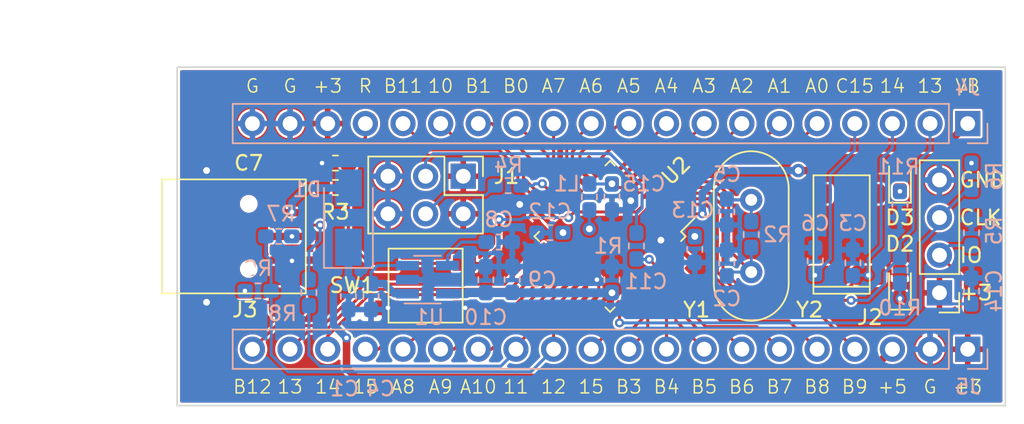
<source format=kicad_pcb>
(kicad_pcb (version 20171130) (host pcbnew "(5.1.5)-3")
  (layers (0 F.Cu signal) (31 B.Cu signal) (34 B.Paste user) (35 F.Paste user) (36 B.SilkS user) (37 F.SilkS user) (38 B.Mask user) (39 F.Mask user) (44 Edge.Cuts user))
  (net 0 "")
  (net 1 GND)
  (net 2 +5V)
  (net 3 /Reset)
  (net 4 +3V3)
  (net 5 /Boot1R)
  (net 6 /Boot0R)
  (net 7 /Boot0)
  (net 8 /DCLK)
  (net 9 /DIO)
  (net 10 /D+)
  (net 11 /D-)
  (net 12 /B11)
  (net 13 /B10)
  (net 14 /B1)
  (net 15 /B0)
  (net 16 /A7)
  (net 17 /A5)
  (net 18 /A4)
  (net 19 /A3)
  (net 20 /A2)
  (net 21 /A1)
  (net 22 /A0)
  (net 23 /C15)
  (net 24 /C14)
  (net 25 /C13)
  (net 26 /3VB)
  (net 27 /B12)
  (net 28 /B13)
  (net 29 /B14)
  (net 30 /B15)
  (net 31 /A8)
  (net 32 /A9)
  (net 33 /A10)
  (net 34 /A11)
  (net 35 /A12)
  (net 36 /A15)
  (net 37 /B3)
  (net 38 /B4)
  (net 39 /B5)
  (net 40 /B6)
  (net 41 /B7)
  (net 42 /B8)
  (net 43 /B9)
  (net 44 /B2)
  (net 45 /D0)
  (net 46 /D1)
  (net 47 /A6)
  (net 48 /LedR)
  (net 49 /PLedR)
  (net 50 /BP)
  (net 51 /+VUSB)
  (net 52 /VDDA)
  (module Inductor_SMD:L_0603_1608Metric_Pad1.05x0.95mm_HandSolder (layer B.Cu) (at 165.608 100.203 90)
    (fp_text reference L1 (at 0.889 -1.524 180) (layer B.SilkS) (effects (justify mirror)))
    (fp_text value L)
    (pad 2 smd roundrect (at 0.875 0 90) (size 1.05 0.95) (layers B.Cu B.Paste B.Mask) (net 52 /VDDA))
    (pad 1 smd roundrect (at -0.875 0 90) (size 1.05 0.95) (layers B.Cu B.Paste B.Mask) (net 4 +3V3))
  )
  (module Diode_SMD:D_SMA (layer B.Cu) (at 149.352 101.6 90)
    (fp_text reference D1 (at 1.905 -2.794 180) (layer B.SilkS) (effects (justify mirror)))
    (fp_text value D_Schottky)
    (pad 2 smd rect (at 2 0 90) (size 2.5 1.8) (layers B.Cu B.Paste B.Mask) (net 51 /+VUSB))
    (pad 1 smd rect (at -2 0 90) (size 2.5 1.8) (layers B.Cu B.Paste B.Mask) (net 2 +5V))
  )
  (module Package_TO_SOT_SMD:SOT-23-5_HandSoldering (layer B.Cu) (at 154.686 105.791)
    (fp_text reference U1 (at 0.127 2.54) (layer B.SilkS) (effects (justify mirror)))
    (fp_text value RT9193)
    (pad 5 smd rect (at 1.35 0.95) (size 1.56 0.65) (layers B.Cu B.Paste B.Mask) (net 4 +3V3))
    (pad 4 smd rect (at 1.35 -0.95) (size 1.56 0.65) (layers B.Cu B.Paste B.Mask) (net 50 /BP))
    (pad 3 smd rect (at -1.35 -0.95) (size 1.56 0.65) (layers B.Cu B.Paste B.Mask) (net 2 +5V))
    (pad 2 smd rect (at -1.35 0) (size 1.56 0.65) (layers B.Cu B.Paste B.Mask) (net 1 GND))
    (pad 1 smd rect (at -1.35 0.95) (size 1.56 0.65) (layers B.Cu B.Paste B.Mask) (net 2 +5V))
  )
  (module Capacitor_SMD:C_0603_1608Metric_Pad1.05x0.95mm_HandSolder (layer B.Cu) (at 158.623 105.791 90)
    (fp_text reference C10 (at -2.54 0 180) (layer B.SilkS) (effects (justify mirror)))
    (fp_text value .1uf)
    (pad 2 smd roundrect (at 0.875 0 90) (size 1.05 0.95) (layers B.Cu B.Paste B.Mask) (net 1 GND))
    (pad 1 smd roundrect (at -0.875 0 90) (size 1.05 0.95) (layers B.Cu B.Paste B.Mask) (net 4 +3V3))
  )
  (module Capacitor_SMD:C_0603_1608Metric_Pad1.05x0.95mm_HandSolder (layer B.Cu) (at 159.526 103.251)
    (fp_text reference C8 (at -0.014 -1.524) (layer B.SilkS) (effects (justify mirror)))
    (fp_text value .1u)
    (pad 2 smd roundrect (at 0.875 0) (size 1.05 0.95) (layers B.Cu B.Paste B.Mask) (net 1 GND))
    (pad 1 smd roundrect (at -0.875 0) (size 1.05 0.95) (layers B.Cu B.Paste B.Mask) (net 50 /BP))
  )
  (module Capacitor_SMD:C_0603_1608Metric_Pad1.05x0.95mm_HandSolder (layer B.Cu) (at 150.876 106.934 270)
    (fp_text reference C4 (at 6.223 -0.635 180) (layer B.SilkS) (effects (justify mirror)))
    (fp_text value 10u)
    (pad 2 smd roundrect (at 0.875 0 270) (size 1.05 0.95) (layers B.Cu B.Paste B.Mask) (net 1 GND))
    (pad 1 smd roundrect (at -0.875 0 270) (size 1.05 0.95) (layers B.Cu B.Paste B.Mask) (net 2 +5V))
  )
  (module Capacitor_SMD:C_0603_1608Metric_Pad1.05x0.95mm_HandSolder (layer B.Cu) (at 167.132 100.203 270)
    (fp_text reference C15 (at -0.889 -2.159 180) (layer B.SilkS) (effects (justify mirror)))
    (fp_text value .1uf)
    (pad 2 smd roundrect (at 0.875 0 270) (size 1.05 0.95) (layers B.Cu B.Paste B.Mask) (net 1 GND))
    (pad 1 smd roundrect (at -0.875 0 270) (size 1.05 0.95) (layers B.Cu B.Paste B.Mask) (net 52 /VDDA))
  )
  (module Capacitor_SMD:C_0603_1608Metric_Pad1.05x0.95mm_HandSolder (layer B.Cu) (at 172.72 103.759 270)
    (fp_text reference C13 (at -2.667 0.127 180) (layer B.SilkS) (effects (justify mirror)))
    (fp_text value .1uf)
    (pad 2 smd roundrect (at 0.875 0 270) (size 1.05 0.95) (layers B.Cu B.Paste B.Mask) (net 1 GND))
    (pad 1 smd roundrect (at -0.875 0 270) (size 1.05 0.95) (layers B.Cu B.Paste B.Mask) (net 4 +3V3))
  )
  (module Capacitor_SMD:C_0603_1608Metric_Pad1.05x0.95mm_HandSolder (layer B.Cu) (at 162.941 102.616 180)
    (fp_text reference C12 (at 0 1.43) (layer B.SilkS) (effects (justify mirror)))
    (fp_text value .1uf)
    (pad 2 smd roundrect (at 0.875 0 180) (size 1.05 0.95) (layers B.Cu B.Paste B.Mask) (net 1 GND))
    (pad 1 smd roundrect (at -0.875 0 180) (size 1.05 0.95) (layers B.Cu B.Paste B.Mask) (net 4 +3V3))
  )
  (module Capacitor_SMD:C_0603_1608Metric_Pad1.05x0.95mm_HandSolder (layer B.Cu) (at 167.132 105.791 90)
    (fp_text reference C11 (at -0.127 2.286 180) (layer B.SilkS) (effects (justify mirror)))
    (fp_text value .1uf)
    (pad 2 smd roundrect (at 0.875 0 90) (size 1.05 0.95) (layers B.Cu B.Paste B.Mask) (net 1 GND))
    (pad 1 smd roundrect (at -0.875 0 90) (size 1.05 0.95) (layers B.Cu B.Paste B.Mask) (net 4 +3V3))
  )
  (module Resistor_SMD:R_0603_1608Metric_Pad1.05x0.95mm_HandSolder (layer B.Cu) (at 186.563 100.711 270)
    (fp_text reference R11 (at -2.54 0.127 180) (layer B.SilkS) (effects (justify mirror)))
    (fp_text value 10k)
    (pad 2 smd roundrect (at 0.875 0 270) (size 1.05 0.95) (layers B.Cu B.Paste B.Mask) (net 1 GND))
    (pad 1 smd roundrect (at -0.875 0 270) (size 1.05 0.95) (layers B.Cu B.Paste B.Mask) (net 49 /PLedR))
  )
  (module Resistor_SMD:R_0603_1608Metric_Pad1.05x0.95mm_HandSolder (layer B.Cu) (at 186.563 105.156 90)
    (fp_text reference R10 (at -2.54 0 180) (layer B.SilkS) (effects (justify mirror)))
    (fp_text value 10k)
    (pad 2 smd roundrect (at 0.875 0 90) (size 1.05 0.95) (layers B.Cu B.Paste B.Mask) (net 25 /C13))
    (pad 1 smd roundrect (at -0.875 0 90) (size 1.05 0.95) (layers B.Cu B.Paste B.Mask) (net 48 /LedR))
  )
  (module LED_SMD:LED_0603_1608Metric_Pad1.05x0.95mm_HandSolder (layer F.Cu) (at 186.563 98.933 90)
    (fp_text reference D3 (at -2.667 0 180) (layer F.SilkS))
    (fp_text value LED)
    (pad 2 smd roundrect (at 0.875 0 90) (size 1.05 0.95) (layers F.Cu F.Paste F.Mask) (net 4 +3V3))
    (pad 1 smd roundrect (at -0.875 0 90) (size 1.05 0.95) (layers F.Cu F.Paste F.Mask) (net 49 /PLedR))
  )
  (module LED_SMD:LED_0603_1608Metric_Pad1.05x0.95mm_HandSolder (layer F.Cu) (at 186.563 106.158 90)
    (fp_text reference D2 (at 2.78 0 180) (layer F.SilkS))
    (fp_text value LED)
    (pad 2 smd roundrect (at 0.875 0 90) (size 1.05 0.95) (layers F.Cu F.Paste F.Mask) (net 4 +3V3))
    (pad 1 smd roundrect (at -0.875 0 90) (size 1.05 0.95) (layers F.Cu F.Paste F.Mask) (net 48 /LedR))
  )
  (module Resistor_SMD:R_0603_1608Metric_Pad1.05x0.95mm_HandSolder (layer B.Cu) (at 176.53 102.743 270)
    (fp_text reference R2 (at 0 -1.778 180) (layer B.SilkS) (effects (justify mirror)))
    (fp_text value R)
    (pad 2 smd roundrect (at 0.875 0 270) (size 1.05 0.95) (layers B.Cu B.Paste B.Mask) (net 45 /D0))
    (pad 1 smd roundrect (at -0.875 0 270) (size 1.05 0.95) (layers B.Cu B.Paste B.Mask) (net 46 /D1))
  )
  (module Resistor_SMD:R_0603_1608Metric_Pad1.05x0.95mm_HandSolder (layer B.Cu) (at 191.389 98.806 270)
    (fp_text reference R6 (at 0 -1.524 270) (layer B.SilkS) (effects (justify mirror)))
    (fp_text value 10k)
    (pad 2 smd roundrect (at 0.875 0 270) (size 1.05 0.95) (layers B.Cu B.Paste B.Mask) (net 8 /DCLK))
    (pad 1 smd roundrect (at -0.875 0 270) (size 1.05 0.95) (layers B.Cu B.Paste B.Mask) (net 4 +3V3))
  )
  (module Resistor_SMD:R_0603_1608Metric_Pad1.05x0.95mm_HandSolder (layer B.Cu) (at 191.389 102.616 270)
    (fp_text reference R5 (at -0.127 -1.524 270) (layer B.SilkS) (effects (justify mirror)))
    (fp_text value 10k)
    (pad 2 smd roundrect (at 0.875 0 270) (size 1.05 0.95) (layers B.Cu B.Paste B.Mask) (net 9 /DIO))
    (pad 1 smd roundrect (at -0.875 0 270) (size 1.05 0.95) (layers B.Cu B.Paste B.Mask) (net 1 GND))
  )
  (module Capacitor_SMD:C_0603_1608Metric_Pad1.05x0.95mm_HandSolder (layer B.Cu) (at 191.389 106.553 90)
    (fp_text reference C14 (at 0 1.524 270) (layer B.SilkS) (effects (justify mirror)))
    (fp_text value .1uf)
    (pad 2 smd roundrect (at 0.875 0 90) (size 1.05 0.95) (layers B.Cu B.Paste B.Mask) (net 1 GND))
    (pad 1 smd roundrect (at -0.875 0 90) (size 1.05 0.95) (layers B.Cu B.Paste B.Mask) (net 4 +3V3))
  )
  (module 0MiscParts:RSM2000S (layer F.Cu) (at 182.626 102.743 90)
    (fp_text reference Y2 (at -5.08 -2.159 180) (layer F.SilkS))
    (fp_text value Crystal_4_Pads)
    (pad 4 smd roundrect (at -2.75 -1.8 90) (size 1.3 2.3) (layers F.Cu F.Paste F.Mask) (net 23 /C15))
    (pad 3 smd roundrect (at 2.75 -1.8 90) (size 1.3 2.3) (layers F.Cu F.Paste F.Mask))
    (pad 2 smd roundrect (at 2.75 1.8 90) (size 1.3 2.3) (layers F.Cu F.Paste F.Mask))
    (pad 1 smd roundrect (at -2.75 1.8 90) (size 1.3 2.3) (layers F.Cu F.Paste F.Mask) (net 24 /C14))
  )
  (module Crystal:Crystal_HC49-4H_Vertical (layer F.Cu) (at 176.53 105.283 90)
    (fp_text reference Y1 (at -2.54 -3.683 180) (layer F.SilkS))
    (fp_text value Crystal)
    (pad 2 thru_hole circle (at 4.88 0 90) (size 1.5 1.5) (drill 0.8) (layers *.Cu *.Mask) (net 46 /D1))
    (pad 1 thru_hole circle (at 0 0 90) (size 1.5 1.5) (drill 0.8) (layers *.Cu *.Mask) (net 45 /D0))
  )
  (module Resistor_SMD:R_0603_1608Metric_Pad1.05x0.95mm_HandSolder (layer B.Cu) (at 143.256 106.553)
    (fp_text reference R9 (at -0.014 -1.524) (layer B.SilkS) (effects (justify mirror)))
    (fp_text value 1.5k)
    (pad 2 smd roundrect (at 0.875 0) (size 1.05 0.95) (layers B.Cu B.Paste B.Mask) (net 35 /A12))
    (pad 1 smd roundrect (at -0.875 0) (size 1.05 0.95) (layers B.Cu B.Paste B.Mask) (net 4 +3V3))
  )
  (module Resistor_SMD:R_0603_1608Metric_Pad1.05x0.95mm_HandSolder (layer B.Cu) (at 146.685 106.666 90)
    (fp_text reference R8 (at -1.411 -1.778 180) (layer B.SilkS) (effects (justify mirror)))
    (fp_text value 22)
    (pad 2 smd roundrect (at 0.875 0 90) (size 1.05 0.95) (layers B.Cu B.Paste B.Mask) (net 11 /D-))
    (pad 1 smd roundrect (at -0.875 0 90) (size 1.05 0.95) (layers B.Cu B.Paste B.Mask) (net 34 /A11))
  )
  (module Resistor_SMD:R_0603_1608Metric_Pad1.05x0.95mm_HandSolder (layer B.Cu) (at 144.653 102.87)
    (fp_text reference R7 (at 0.141 -1.524) (layer B.SilkS) (effects (justify mirror)))
    (fp_text value 22)
    (pad 2 smd roundrect (at 0.875 0) (size 1.05 0.95) (layers B.Cu B.Paste B.Mask) (net 10 /D+))
    (pad 1 smd roundrect (at -0.875 0) (size 1.05 0.95) (layers B.Cu B.Paste B.Mask) (net 35 /A12))
  )
  (module Resistor_SMD:R_0603_1608Metric_Pad1.05x0.95mm_HandSolder (layer B.Cu) (at 160.133 99.441 180)
    (fp_text reference R4 (at -0.014 1.397) (layer B.SilkS) (effects (justify mirror)))
    (fp_text value 100k)
    (pad 2 smd roundrect (at 0.875 0 180) (size 1.05 0.95) (layers B.Cu B.Paste B.Mask) (net 5 /Boot1R))
    (pad 1 smd roundrect (at -0.875 0 180) (size 1.05 0.95) (layers B.Cu B.Paste B.Mask) (net 44 /B2))
  )
  (module Resistor_SMD:R_0603_1608Metric_Pad1.05x0.95mm_HandSolder (layer F.Cu) (at 148.477 99.568)
    (fp_text reference R3 (at -0.014 1.651) (layer F.SilkS))
    (fp_text value 10k)
    (pad 2 smd roundrect (at 0.875 0) (size 1.05 0.95) (layers F.Cu F.Paste F.Mask) (net 3 /Reset))
    (pad 1 smd roundrect (at -0.875 0) (size 1.05 0.95) (layers F.Cu F.Paste F.Mask) (net 4 +3V3))
  )
  (module Resistor_SMD:R_0603_1608Metric_Pad1.05x0.95mm_HandSolder (layer B.Cu) (at 168.783 103.519 90)
    (fp_text reference R1 (at 0 -1.905 180) (layer B.SilkS) (effects (justify mirror)))
    (fp_text value 100k)
    (pad 2 smd roundrect (at 0.875 0 90) (size 1.05 0.95) (layers B.Cu B.Paste B.Mask) (net 6 /Boot0R))
    (pad 1 smd roundrect (at -0.875 0 90) (size 1.05 0.95) (layers B.Cu B.Paste B.Mask) (net 7 /Boot0))
  )
  (module 0MiscParts:PB_PTS-647 (layer F.Cu) (at 154.559 106.196)
    (fp_text reference SW1 (at -4.953 -0.024) (layer F.SilkS))
    (fp_text value SW_Push)
    (pad 2 smd rect (at 2.625 1.5) (size 1.55 1) (layers F.Cu F.Paste F.Mask) (net 1 GND))
    (pad 2 smd rect (at -2.625 1.5) (size 1.55 1) (layers F.Cu F.Paste F.Mask) (net 1 GND))
    (pad 1 smd rect (at 2.625 -1.5) (size 1.55 1) (layers F.Cu F.Paste F.Mask) (net 3 /Reset))
    (pad 1 smd rect (at -2.625 -1.5) (size 1.55 1) (layers F.Cu F.Paste F.Mask) (net 3 /Reset))
  )
  (module Connector_PinHeader_2.54mm:PinHeader_1x20_P2.54mm_Vertical (layer B.Cu) (at 191.135 110.49 90)
    (fp_text reference J5 (at -2.54 0 -180) (layer B.SilkS) (effects (justify mirror)))
    (fp_text value Conn_01x20_Male)
    (pad 20 thru_hole oval (at 0 -48.26 90) (size 1.7 1.7) (drill 1) (layers *.Cu *.Mask) (net 27 /B12))
    (pad 19 thru_hole oval (at 0 -45.72 90) (size 1.7 1.7) (drill 1) (layers *.Cu *.Mask) (net 28 /B13))
    (pad 18 thru_hole oval (at 0 -43.18 90) (size 1.7 1.7) (drill 1) (layers *.Cu *.Mask) (net 29 /B14))
    (pad 17 thru_hole oval (at 0 -40.64 90) (size 1.7 1.7) (drill 1) (layers *.Cu *.Mask) (net 30 /B15))
    (pad 16 thru_hole oval (at 0 -38.1 90) (size 1.7 1.7) (drill 1) (layers *.Cu *.Mask) (net 31 /A8))
    (pad 15 thru_hole oval (at 0 -35.56 90) (size 1.7 1.7) (drill 1) (layers *.Cu *.Mask) (net 32 /A9))
    (pad 14 thru_hole oval (at 0 -33.02 90) (size 1.7 1.7) (drill 1) (layers *.Cu *.Mask) (net 33 /A10))
    (pad 13 thru_hole oval (at 0 -30.48 90) (size 1.7 1.7) (drill 1) (layers *.Cu *.Mask) (net 34 /A11))
    (pad 12 thru_hole oval (at 0 -27.94 90) (size 1.7 1.7) (drill 1) (layers *.Cu *.Mask) (net 35 /A12))
    (pad 11 thru_hole oval (at 0 -25.4 90) (size 1.7 1.7) (drill 1) (layers *.Cu *.Mask) (net 36 /A15))
    (pad 10 thru_hole oval (at 0 -22.86 90) (size 1.7 1.7) (drill 1) (layers *.Cu *.Mask) (net 37 /B3))
    (pad 9 thru_hole oval (at 0 -20.32 90) (size 1.7 1.7) (drill 1) (layers *.Cu *.Mask) (net 38 /B4))
    (pad 8 thru_hole oval (at 0 -17.78 90) (size 1.7 1.7) (drill 1) (layers *.Cu *.Mask) (net 39 /B5))
    (pad 7 thru_hole oval (at 0 -15.24 90) (size 1.7 1.7) (drill 1) (layers *.Cu *.Mask) (net 40 /B6))
    (pad 6 thru_hole oval (at 0 -12.7 90) (size 1.7 1.7) (drill 1) (layers *.Cu *.Mask) (net 41 /B7))
    (pad 5 thru_hole oval (at 0 -10.16 90) (size 1.7 1.7) (drill 1) (layers *.Cu *.Mask) (net 42 /B8))
    (pad 4 thru_hole oval (at 0 -7.62 90) (size 1.7 1.7) (drill 1) (layers *.Cu *.Mask) (net 43 /B9))
    (pad 3 thru_hole oval (at 0 -5.08 90) (size 1.7 1.7) (drill 1) (layers *.Cu *.Mask) (net 2 +5V))
    (pad 2 thru_hole oval (at 0 -2.54 90) (size 1.7 1.7) (drill 1) (layers *.Cu *.Mask) (net 1 GND))
    (pad 1 thru_hole rect (at 0 0 90) (size 1.7 1.7) (drill 1) (layers *.Cu *.Mask) (net 4 +3V3))
  )
  (module Connector_PinHeader_2.54mm:PinHeader_1x20_P2.54mm_Vertical (layer B.Cu) (at 191.135 95.25 90)
    (fp_text reference J4 (at 2.413 0 -180) (layer B.SilkS) (effects (justify mirror)))
    (fp_text value Conn_01x20_Male)
    (pad 20 thru_hole oval (at 0 -48.26 90) (size 1.7 1.7) (drill 1) (layers *.Cu *.Mask) (net 1 GND))
    (pad 19 thru_hole oval (at 0 -45.72 90) (size 1.7 1.7) (drill 1) (layers *.Cu *.Mask) (net 1 GND))
    (pad 18 thru_hole oval (at 0 -43.18 90) (size 1.7 1.7) (drill 1) (layers *.Cu *.Mask) (net 4 +3V3))
    (pad 17 thru_hole oval (at 0 -40.64 90) (size 1.7 1.7) (drill 1) (layers *.Cu *.Mask) (net 3 /Reset))
    (pad 16 thru_hole oval (at 0 -38.1 90) (size 1.7 1.7) (drill 1) (layers *.Cu *.Mask) (net 12 /B11))
    (pad 15 thru_hole oval (at 0 -35.56 90) (size 1.7 1.7) (drill 1) (layers *.Cu *.Mask) (net 13 /B10))
    (pad 14 thru_hole oval (at 0 -33.02 90) (size 1.7 1.7) (drill 1) (layers *.Cu *.Mask) (net 14 /B1))
    (pad 13 thru_hole oval (at 0 -30.48 90) (size 1.7 1.7) (drill 1) (layers *.Cu *.Mask) (net 15 /B0))
    (pad 12 thru_hole oval (at 0 -27.94 90) (size 1.7 1.7) (drill 1) (layers *.Cu *.Mask) (net 16 /A7))
    (pad 11 thru_hole oval (at 0 -25.4 90) (size 1.7 1.7) (drill 1) (layers *.Cu *.Mask) (net 47 /A6))
    (pad 10 thru_hole oval (at 0 -22.86 90) (size 1.7 1.7) (drill 1) (layers *.Cu *.Mask) (net 17 /A5))
    (pad 9 thru_hole oval (at 0 -20.32 90) (size 1.7 1.7) (drill 1) (layers *.Cu *.Mask) (net 18 /A4))
    (pad 8 thru_hole oval (at 0 -17.78 90) (size 1.7 1.7) (drill 1) (layers *.Cu *.Mask) (net 19 /A3))
    (pad 7 thru_hole oval (at 0 -15.24 90) (size 1.7 1.7) (drill 1) (layers *.Cu *.Mask) (net 20 /A2))
    (pad 6 thru_hole oval (at 0 -12.7 90) (size 1.7 1.7) (drill 1) (layers *.Cu *.Mask) (net 21 /A1))
    (pad 5 thru_hole oval (at 0 -10.16 90) (size 1.7 1.7) (drill 1) (layers *.Cu *.Mask) (net 22 /A0))
    (pad 4 thru_hole oval (at 0 -7.62 90) (size 1.7 1.7) (drill 1) (layers *.Cu *.Mask) (net 23 /C15))
    (pad 3 thru_hole oval (at 0 -5.08 90) (size 1.7 1.7) (drill 1) (layers *.Cu *.Mask) (net 24 /C14))
    (pad 2 thru_hole oval (at 0 -2.54 90) (size 1.7 1.7) (drill 1) (layers *.Cu *.Mask) (net 25 /C13))
    (pad 1 thru_hole rect (at 0 0 90) (size 1.7 1.7) (drill 1) (layers *.Cu *.Mask) (net 26 /3VB))
  )
  (module 0MiscParts:USB_Mini_B (layer F.Cu) (at 136.779 102.87 270)
    (fp_text reference J3 (at 4.953 -5.588 180) (layer F.SilkS))
    (fp_text value USB_B_Mini)
    (pad 5 smd rect (at 1.6 -8.75 270) (size 0.5 2.9) (layers F.Cu F.Paste F.Mask) (net 1 GND))
    (pad 4 smd rect (at 0.8 -8.75 270) (size 0.5 2.9) (layers F.Cu F.Paste F.Mask) (net 1 GND))
    (pad 3 smd rect (at 0 -8.75 270) (size 0.5 2.9) (layers F.Cu F.Paste F.Mask) (net 10 /D+))
    (pad 2 smd rect (at -0.8 -8.75 270) (size 0.5 2.9) (layers F.Cu F.Paste F.Mask) (net 11 /D-))
    (pad 1 smd rect (at -1.6 -8.75 270) (size 0.5 2.9) (layers F.Cu F.Paste F.Mask) (net 51 /+VUSB))
    (pad "" np_thru_hole circle (at 2.2 -5.85 270) (size 0.9 0.9) (drill 0.9) (layers *.Cu *.Mask))
    (pad "" np_thru_hole circle (at -2.2 -5.85 270) (size 0.9 0.9) (drill 0.9) (layers *.Cu *.Mask))
    (pad 6 smd roundrect (at 4.45 -8.45 270) (size 2 2.5) (layers F.Cu F.Paste F.Mask) (net 1 GND))
    (pad 6 smd roundrect (at -4.45 -8.45 270) (size 2 2.5) (layers F.Cu F.Paste F.Mask) (net 1 GND))
    (pad 6 smd roundrect (at 4.45 -3 270) (size 2 2.5) (layers F.Cu F.Paste F.Mask) (net 1 GND))
    (pad 6 smd roundrect (at -4.45 -3 270) (size 2 2.5) (layers F.Cu F.Paste F.Mask) (net 1 GND))
  )
  (module Connector_PinHeader_2.54mm:PinHeader_1x04_P2.54mm_Vertical (layer F.Cu) (at 189.23 106.68 180)
    (fp_text reference J2 (at 4.699 -1.651) (layer F.SilkS))
    (fp_text value Conn_01x04_Male)
    (pad 4 thru_hole oval (at 0 7.62 180) (size 1.7 1.7) (drill 1) (layers *.Cu *.Mask) (net 1 GND))
    (pad 3 thru_hole oval (at 0 5.08 180) (size 1.7 1.7) (drill 1) (layers *.Cu *.Mask) (net 8 /DCLK))
    (pad 2 thru_hole oval (at 0 2.54 180) (size 1.7 1.7) (drill 1) (layers *.Cu *.Mask) (net 9 /DIO))
    (pad 1 thru_hole rect (at 0 0 180) (size 1.7 1.7) (drill 1) (layers *.Cu *.Mask) (net 4 +3V3))
  )
  (module Connector_PinHeader_2.54mm:PinHeader_2x03_P2.54mm_Vertical (layer F.Cu) (at 157.099 98.806 270)
    (fp_text reference J1 (at 0 -2.921 180) (layer F.SilkS))
    (fp_text value Conn_02x03_Odd_Even)
    (pad 6 thru_hole oval (at 2.54 5.08 270) (size 1.7 1.7) (drill 1) (layers *.Cu *.Mask) (net 1 GND))
    (pad 5 thru_hole oval (at 0 5.08 270) (size 1.7 1.7) (drill 1) (layers *.Cu *.Mask) (net 1 GND))
    (pad 4 thru_hole oval (at 2.54 2.54 270) (size 1.7 1.7) (drill 1) (layers *.Cu *.Mask) (net 5 /Boot1R))
    (pad 3 thru_hole oval (at 0 2.54 270) (size 1.7 1.7) (drill 1) (layers *.Cu *.Mask) (net 6 /Boot0R))
    (pad 2 thru_hole oval (at 2.54 0 270) (size 1.7 1.7) (drill 1) (layers *.Cu *.Mask) (net 4 +3V3))
    (pad 1 thru_hole rect (at 0 0 270) (size 1.7 1.7) (drill 1) (layers *.Cu *.Mask) (net 4 +3V3))
  )
  (module Capacitor_SMD:C_0603_1608Metric_Pad1.05x0.95mm_HandSolder (layer B.Cu) (at 160.401 105.777 90)
    (fp_text reference C9 (at -0.014 2.032 180) (layer B.SilkS) (effects (justify mirror)))
    (fp_text value 10u)
    (pad 2 smd roundrect (at 0.875 0 90) (size 1.05 0.95) (layers B.Cu B.Paste B.Mask) (net 1 GND))
    (pad 1 smd roundrect (at -0.875 0 90) (size 1.05 0.95) (layers B.Cu B.Paste B.Mask) (net 4 +3V3))
  )
  (module Capacitor_SMD:C_0603_1608Metric_Pad1.05x0.95mm_HandSolder (layer F.Cu) (at 148.477 97.917 180)
    (fp_text reference C7 (at 5.856 0) (layer F.SilkS))
    (fp_text value .1uf)
    (pad 2 smd roundrect (at 0.875 0 180) (size 1.05 0.95) (layers F.Cu F.Paste F.Mask) (net 1 GND))
    (pad 1 smd roundrect (at -0.875 0 180) (size 1.05 0.95) (layers F.Cu F.Paste F.Mask) (net 3 /Reset))
  )
  (module Capacitor_SMD:C_0603_1608Metric_Pad1.05x0.95mm_HandSolder (layer B.Cu) (at 180.848 104.521 90)
    (fp_text reference C6 (at 2.54 0 180) (layer B.SilkS) (effects (justify mirror)))
    (fp_text value C)
    (pad 2 smd roundrect (at 0.875 0 90) (size 1.05 0.95) (layers B.Cu B.Paste B.Mask) (net 1 GND))
    (pad 1 smd roundrect (at -0.875 0 90) (size 1.05 0.95) (layers B.Cu B.Paste B.Mask) (net 23 /C15))
  )
  (module Capacitor_SMD:C_0603_1608Metric_Pad1.05x0.95mm_HandSolder (layer B.Cu) (at 174.879 101.219 270)
    (fp_text reference C5 (at -2.54 0 180) (layer B.SilkS) (effects (justify mirror)))
    (fp_text value 30pf)
    (pad 2 smd roundrect (at 0.875 0 270) (size 1.05 0.95) (layers B.Cu B.Paste B.Mask) (net 1 GND))
    (pad 1 smd roundrect (at -0.875 0 270) (size 1.05 0.95) (layers B.Cu B.Paste B.Mask) (net 46 /D1))
  )
  (module Capacitor_SMD:C_0603_1608Metric_Pad1.05x0.95mm_HandSolder (layer B.Cu) (at 183.388 104.648 90)
    (fp_text reference C3 (at 2.667 0 180) (layer B.SilkS) (effects (justify mirror)))
    (fp_text value C)
    (pad 2 smd roundrect (at 0.875 0 90) (size 1.05 0.95) (layers B.Cu B.Paste B.Mask) (net 1 GND))
    (pad 1 smd roundrect (at -0.875 0 90) (size 1.05 0.95) (layers B.Cu B.Paste B.Mask) (net 24 /C14))
  )
  (module Capacitor_SMD:C_0603_1608Metric_Pad1.05x0.95mm_HandSolder (layer B.Cu) (at 174.879 104.662 90)
    (fp_text reference C2 (at -2.413 0 180) (layer B.SilkS) (effects (justify mirror)))
    (fp_text value 30pf)
    (pad 2 smd roundrect (at 0.875 0 90) (size 1.05 0.95) (layers B.Cu B.Paste B.Mask) (net 1 GND))
    (pad 1 smd roundrect (at -0.875 0 90) (size 1.05 0.95) (layers B.Cu B.Paste B.Mask) (net 45 /D0))
  )
  (module Capacitor_SMD:C_0603_1608Metric_Pad1.05x0.95mm_HandSolder (layer B.Cu) (at 149.352 106.934 270)
    (fp_text reference C1 (at 6.223 0.254 180) (layer B.SilkS) (effects (justify mirror)))
    (fp_text value .1uf)
    (pad 2 smd roundrect (at 0.875 0 270) (size 1.05 0.95) (layers B.Cu B.Paste B.Mask) (net 1 GND))
    (pad 1 smd roundrect (at -0.875 0 270) (size 1.05 0.95) (layers B.Cu B.Paste B.Mask) (net 2 +5V))
  )
  (module Package_QFP:LQFP-48_7x7mm_P0.5mm (layer F.Cu) (at 167.005 102.87 225)
    (fp_text reference U2 (at -6.286179 0 45) (layer F.SilkS))
    (fp_text value STM32F103CBTx)
    (pad 48 smd roundrect (at -2.75 -4.1625 225) (size 0.3 1.475) (layers F.Cu F.Paste F.Mask) (net 4 +3V3))
    (pad 47 smd roundrect (at -2.25 -4.1625 225) (size 0.3 1.475) (layers F.Cu F.Paste F.Mask) (net 1 GND))
    (pad 46 smd roundrect (at -1.75 -4.1625 225) (size 0.3 1.475) (layers F.Cu F.Paste F.Mask) (net 43 /B9))
    (pad 45 smd roundrect (at -1.25 -4.1625 225) (size 0.3 1.475) (layers F.Cu F.Paste F.Mask) (net 42 /B8))
    (pad 44 smd roundrect (at -0.75 -4.1625 225) (size 0.3 1.475) (layers F.Cu F.Paste F.Mask) (net 7 /Boot0))
    (pad 43 smd roundrect (at -0.25 -4.1625 225) (size 0.3 1.475) (layers F.Cu F.Paste F.Mask) (net 41 /B7))
    (pad 42 smd roundrect (at 0.25 -4.1625 225) (size 0.3 1.475) (layers F.Cu F.Paste F.Mask) (net 40 /B6))
    (pad 41 smd roundrect (at 0.75 -4.1625 225) (size 0.3 1.475) (layers F.Cu F.Paste F.Mask) (net 39 /B5))
    (pad 40 smd roundrect (at 1.25 -4.1625 225) (size 0.3 1.475) (layers F.Cu F.Paste F.Mask) (net 38 /B4))
    (pad 39 smd roundrect (at 1.75 -4.1625 225) (size 0.3 1.475) (layers F.Cu F.Paste F.Mask) (net 37 /B3))
    (pad 38 smd roundrect (at 2.25 -4.1625 225) (size 0.3 1.475) (layers F.Cu F.Paste F.Mask) (net 36 /A15))
    (pad 37 smd roundrect (at 2.75 -4.1625 225) (size 0.3 1.475) (layers F.Cu F.Paste F.Mask) (net 8 /DCLK))
    (pad 36 smd roundrect (at 4.1625 -2.75 225) (size 1.475 0.3) (layers F.Cu F.Paste F.Mask) (net 4 +3V3))
    (pad 35 smd roundrect (at 4.1625 -2.25 225) (size 1.475 0.3) (layers F.Cu F.Paste F.Mask) (net 1 GND))
    (pad 34 smd roundrect (at 4.1625 -1.75 225) (size 1.475 0.3) (layers F.Cu F.Paste F.Mask) (net 9 /DIO))
    (pad 33 smd roundrect (at 4.1625 -1.25 225) (size 1.475 0.3) (layers F.Cu F.Paste F.Mask) (net 35 /A12))
    (pad 32 smd roundrect (at 4.1625 -0.75 225) (size 1.475 0.3) (layers F.Cu F.Paste F.Mask) (net 34 /A11))
    (pad 31 smd roundrect (at 4.1625 -0.25 225) (size 1.475 0.3) (layers F.Cu F.Paste F.Mask) (net 33 /A10))
    (pad 30 smd roundrect (at 4.1625 0.25 225) (size 1.475 0.3) (layers F.Cu F.Paste F.Mask) (net 32 /A9))
    (pad 29 smd roundrect (at 4.1625 0.75 225) (size 1.475 0.3) (layers F.Cu F.Paste F.Mask) (net 31 /A8))
    (pad 28 smd roundrect (at 4.1625 1.25 225) (size 1.475 0.3) (layers F.Cu F.Paste F.Mask) (net 30 /B15))
    (pad 27 smd roundrect (at 4.1625 1.75 225) (size 1.475 0.3) (layers F.Cu F.Paste F.Mask) (net 29 /B14))
    (pad 26 smd roundrect (at 4.1625 2.25 225) (size 1.475 0.3) (layers F.Cu F.Paste F.Mask) (net 28 /B13))
    (pad 25 smd roundrect (at 4.1625 2.75 225) (size 1.475 0.3) (layers F.Cu F.Paste F.Mask) (net 27 /B12))
    (pad 24 smd roundrect (at 2.75 4.1625 225) (size 0.3 1.475) (layers F.Cu F.Paste F.Mask) (net 4 +3V3))
    (pad 23 smd roundrect (at 2.25 4.1625 225) (size 0.3 1.475) (layers F.Cu F.Paste F.Mask) (net 1 GND))
    (pad 22 smd roundrect (at 1.75 4.1625 225) (size 0.3 1.475) (layers F.Cu F.Paste F.Mask) (net 12 /B11))
    (pad 21 smd roundrect (at 1.25 4.1625 225) (size 0.3 1.475) (layers F.Cu F.Paste F.Mask) (net 13 /B10))
    (pad 20 smd roundrect (at 0.75 4.1625 225) (size 0.3 1.475) (layers F.Cu F.Paste F.Mask) (net 44 /B2))
    (pad 19 smd roundrect (at 0.25 4.1625 225) (size 0.3 1.475) (layers F.Cu F.Paste F.Mask) (net 14 /B1))
    (pad 18 smd roundrect (at -0.25 4.1625 225) (size 0.3 1.475) (layers F.Cu F.Paste F.Mask) (net 15 /B0))
    (pad 17 smd roundrect (at -0.75 4.1625 225) (size 0.3 1.475) (layers F.Cu F.Paste F.Mask) (net 16 /A7))
    (pad 16 smd roundrect (at -1.25 4.1625 225) (size 0.3 1.475) (layers F.Cu F.Paste F.Mask) (net 47 /A6))
    (pad 15 smd roundrect (at -1.75 4.1625 225) (size 0.3 1.475) (layers F.Cu F.Paste F.Mask) (net 17 /A5))
    (pad 14 smd roundrect (at -2.25 4.1625 225) (size 0.3 1.475) (layers F.Cu F.Paste F.Mask) (net 18 /A4))
    (pad 13 smd roundrect (at -2.75 4.1625 225) (size 0.3 1.475) (layers F.Cu F.Paste F.Mask) (net 19 /A3))
    (pad 12 smd roundrect (at -4.1625 2.75 225) (size 1.475 0.3) (layers F.Cu F.Paste F.Mask) (net 20 /A2))
    (pad 11 smd roundrect (at -4.1625 2.25 225) (size 1.475 0.3) (layers F.Cu F.Paste F.Mask) (net 21 /A1))
    (pad 10 smd roundrect (at -4.1625 1.75 225) (size 1.475 0.3) (layers F.Cu F.Paste F.Mask) (net 22 /A0))
    (pad 9 smd roundrect (at -4.1625 1.25 225) (size 1.475 0.3) (layers F.Cu F.Paste F.Mask) (net 52 /VDDA))
    (pad 8 smd roundrect (at -4.1625 0.75 225) (size 1.475 0.3) (layers F.Cu F.Paste F.Mask) (net 1 GND))
    (pad 7 smd roundrect (at -4.1625 0.25 225) (size 1.475 0.3) (layers F.Cu F.Paste F.Mask) (net 3 /Reset))
    (pad 6 smd roundrect (at -4.1625 -0.25 225) (size 1.475 0.3) (layers F.Cu F.Paste F.Mask) (net 46 /D1))
    (pad 5 smd roundrect (at -4.1625 -0.75 225) (size 1.475 0.3) (layers F.Cu F.Paste F.Mask) (net 45 /D0))
    (pad 4 smd roundrect (at -4.1625 -1.25 225) (size 1.475 0.3) (layers F.Cu F.Paste F.Mask) (net 23 /C15))
    (pad 3 smd roundrect (at -4.1625 -1.75 225) (size 1.475 0.3) (layers F.Cu F.Paste F.Mask) (net 24 /C14))
    (pad 2 smd roundrect (at -4.1625 -2.25 225) (size 1.475 0.3) (layers F.Cu F.Paste F.Mask) (net 25 /C13))
    (pad 1 smd roundrect (at -4.1625 -2.75 225) (size 1.475 0.3) (layers F.Cu F.Paste F.Mask) (net 26 /3VB))
  )
  (gr_text +3 (at 190.5 106.68) (layer F.SilkS) (effects (font (size 1 1)) (justify left)))
  (gr_text IO (at 190.5 104.14) (layer F.SilkS) (effects (font (size 1 1)) (justify left)))
  (gr_text CLK (at 190.5 101.6) (layer F.SilkS) (effects (font (size 1 1)) (justify left)))
  (gr_text GND (at 190.5 99.06) (layer F.SilkS) (effects (font (size 1 1)) (justify left)))
  (gr_text +3 (at 191.135 113.03) (layer F.SilkS) (effects (font (size 0.9 0.9) (thickness 0.1))))
  (gr_text G (at 188.595 113.03) (layer F.SilkS) (effects (font (size 0.9 0.9) (thickness 0.1))))
  (gr_text +5 (at 186.055 113.03) (layer F.SilkS) (effects (font (size 0.9 0.9) (thickness 0.1))))
  (gr_text B9 (at 183.515 113.03) (layer F.SilkS) (effects (font (size 0.9 0.9) (thickness 0.1))))
  (gr_text B8 (at 180.975 113.03) (layer F.SilkS) (effects (font (size 0.9 0.9) (thickness 0.1))))
  (gr_text B7 (at 178.435 113.03) (layer F.SilkS) (effects (font (size 0.9 0.9) (thickness 0.1))))
  (gr_text B6 (at 175.895 113.03) (layer F.SilkS) (effects (font (size 0.9 0.9) (thickness 0.1))))
  (gr_text B5 (at 173.355 113.03) (layer F.SilkS) (effects (font (size 0.9 0.9) (thickness 0.1))))
  (gr_text B4 (at 170.815 113.03) (layer F.SilkS) (effects (font (size 0.9 0.9) (thickness 0.1))))
  (gr_text B3 (at 168.275 113.03) (layer F.SilkS) (effects (font (size 0.9 0.9) (thickness 0.1))))
  (gr_text A9 (at 155.575 113.03) (layer F.SilkS) (effects (font (size 0.9 0.9) (thickness 0.1))))
  (gr_text A8 (at 153.035 113.03) (layer F.SilkS) (effects (font (size 0.9 0.9) (thickness 0.1))))
  (gr_text 11 (at 160.655 113.03) (layer F.SilkS) (effects (font (size 0.9 0.9) (thickness 0.1))))
  (gr_text A10 (at 158.115 113.03) (layer F.SilkS) (effects (font (size 0.9 0.9) (thickness 0.1))))
  (gr_text 15 (at 165.735 113.03) (layer F.SilkS) (effects (font (size 0.9 0.9) (thickness 0.1))))
  (gr_text 12 (at 163.195 113.03) (layer F.SilkS) (effects (font (size 0.9 0.9) (thickness 0.1))))
  (gr_text 15 (at 150.495 113.03) (layer F.SilkS) (effects (font (size 0.9 0.9) (thickness 0.1))))
  (gr_text 14 (at 147.955 113.03) (layer F.SilkS) (effects (font (size 0.9 0.9) (thickness 0.1))))
  (gr_text 13 (at 145.415 113.03) (layer F.SilkS) (effects (font (size 0.9 0.9) (thickness 0.1))))
  (gr_text B12 (at 142.875 113.03) (layer F.SilkS) (effects (font (size 0.9 0.9) (thickness 0.1))))
  (gr_text R (at 150.495 92.71) (layer F.SilkS) (effects (font (size 0.9 0.9) (thickness 0.1))))
  (gr_text +3 (at 147.955 92.71) (layer F.SilkS) (effects (font (size 0.9 0.9) (thickness 0.1))))
  (gr_text G (at 145.415 92.71) (layer F.SilkS) (effects (font (size 0.9 0.9) (thickness 0.1))))
  (gr_text G (at 142.875 92.71) (layer F.SilkS) (effects (font (size 0.9 0.9) (thickness 0.1))))
  (gr_text A0 (at 180.975 92.71) (layer F.SilkS) (effects (font (size 0.9 0.9) (thickness 0.1))))
  (gr_text A1 (at 178.435 92.71) (layer F.SilkS) (effects (font (size 0.9 0.9) (thickness 0.1))))
  (gr_text A2 (at 175.895 92.71) (layer F.SilkS) (effects (font (size 0.9 0.9) (thickness 0.1))))
  (gr_text A3 (at 173.355 92.71) (layer F.SilkS) (effects (font (size 0.9 0.9) (thickness 0.1))))
  (gr_text A4 (at 170.815 92.71) (layer F.SilkS) (effects (font (size 0.9 0.9) (thickness 0.1))))
  (gr_text A5 (at 168.275 92.71) (layer F.SilkS) (effects (font (size 0.9 0.9) (thickness 0.1))))
  (gr_text A6 (at 165.735 92.71) (layer F.SilkS) (effects (font (size 0.9 0.9) (thickness 0.1))))
  (gr_text A7 (at 163.195 92.71) (layer F.SilkS) (effects (font (size 0.9 0.9) (thickness 0.1))))
  (gr_text VB (at 191.135 92.71) (layer F.SilkS) (effects (font (size 0.9 0.9) (thickness 0.1))))
  (gr_text 13 (at 188.595 92.71) (layer F.SilkS) (effects (font (size 0.9 0.9) (thickness 0.1))))
  (gr_text 14 (at 186.055 92.71) (layer F.SilkS) (effects (font (size 0.9 0.9) (thickness 0.1))))
  (gr_text C15 (at 183.515 92.71) (layer F.SilkS) (effects (font (size 0.9 0.9) (thickness 0.1))))
  (gr_text B0 (at 160.655 92.71) (layer F.SilkS) (effects (font (size 0.9 0.9) (thickness 0.1))))
  (gr_text B1 (at 158.115 92.71) (layer F.SilkS) (effects (font (size 0.9 0.9) (thickness 0.1))))
  (gr_text 10 (at 155.575 92.71) (layer F.SilkS) (effects (font (size 0.9 0.9) (thickness 0.1))))
  (gr_text B11 (at 153.035 92.71) (layer F.SilkS) (effects (font (size 0.9 0.9) (thickness 0.1))))
  (gr_line (start 193.675 91.44) (end 193.675 114.3) (layer Edge.Cuts) (width 0.1))
  (gr_line (start 137.795 91.44) (end 193.675 91.44) (layer Edge.Cuts) (width 0.1))
  (gr_line (start 137.795 114.3) (end 137.795 91.44) (layer Edge.Cuts) (width 0.1))
  (gr_line (start 193.675 114.3) (end 137.795 114.3) (layer Edge.Cuts) (width 0.1))
  (via (at 157.226 107.696) (size 0.6096) (drill 0.3048) (layers F.Cu B.Cu) (net 1))
  (via (at 152.019 107.696) (size 0.6096) (drill 0.3048) (layers F.Cu B.Cu) (net 1))
  (via (at 147.574 97.917) (size 0.6096) (drill 0.3048) (layers F.Cu B.Cu) (net 1))
  (segment (start 170.688 103.378) (end 170.688 103.378) (width 0.2032) (layer F.Cu) (net 1))
  (segment (start 160.909 100.711) (end 160.909 100.711) (width 0.2032) (layer F.Cu) (net 1))
  (via (at 160.909 100.711) (size 0.9144) (drill 0.4572) (layers F.Cu B.Cu) (net 1))
  (segment (start 161.66402 100.711) (end 162.470678 101.517658) (width 0.2032) (layer F.Cu) (net 1))
  (segment (start 161.417 100.711) (end 161.66402 100.711) (width 0.2032) (layer F.Cu) (net 1))
  (segment (start 161.417 100.711) (end 160.909 100.711) (width 0.2032) (layer F.Cu) (net 1))
  (segment (start 161.544 100.711) (end 161.417 100.711) (width 0.2032) (layer F.Cu) (net 1))
  (via (at 145.542 104.521) (size 0.6096) (drill 0.3048) (layers F.Cu B.Cu) (net 1))
  (segment (start 168.402 100.41234) (end 169.418002 99.396338) (width 0.2032) (layer F.Cu) (net 1))
  (via (at 168.402 100.457) (size 0.9144) (drill 0.4572) (layers F.Cu B.Cu) (net 1))
  (segment (start 168.402 100.457) (end 168.402 100.41234) (width 0.2032) (layer F.Cu) (net 1))
  (segment (start 171.532342 104.222342) (end 171.539322 104.222342) (width 0.2032) (layer F.Cu) (net 1))
  (via (at 170.434 103.124) (size 0.9144) (drill 0.4572) (layers F.Cu B.Cu) (net 1))
  (segment (start 170.434 103.124) (end 171.532342 104.222342) (width 0.2032) (layer F.Cu) (net 1))
  (segment (start 165.652658 107.404322) (end 165.652658 107.397342) (width 0.2032) (layer F.Cu) (net 1))
  (via (at 166.116 105.791) (size 0.6096) (drill 0.3048) (layers F.Cu B.Cu) (net 1))
  (segment (start 165.652658 107.397342) (end 166.243 106.807) (width 0.2032) (layer F.Cu) (net 1))
  (segment (start 166.243 105.918) (end 166.116 105.791) (width 0.2032) (layer F.Cu) (net 1))
  (segment (start 166.243 106.807) (end 166.243 105.918) (width 0.2032) (layer F.Cu) (net 1))
  (segment (start 180.826 104.021) (end 180.848 103.999) (width 0.2032) (layer B.Cu) (net 1))
  (segment (start 145.529 104.47) (end 145.529 103.67) (width 0.508) (layer F.Cu) (net 1))
  (segment (start 145.529 104.47) (end 145.529 105.296) (width 0.2032) (layer F.Cu) (net 1))
  (segment (start 145.229 105.596) (end 145.229 107.32) (width 0.2032) (layer F.Cu) (net 1))
  (segment (start 145.529 105.296) (end 145.229 105.596) (width 0.2032) (layer F.Cu) (net 1))
  (segment (start 145.229 107.32) (end 139.779 107.32) (width 0.2032) (layer F.Cu) (net 1))
  (segment (start 145.229 98.42) (end 139.779 98.42) (width 0.2032) (layer F.Cu) (net 1))
  (segment (start 139.779 98.42) (end 139.779 98.42) (width 0.2032) (layer F.Cu) (net 1))
  (via (at 139.779 98.42) (size 0.9144) (drill 0.4572) (layers F.Cu B.Cu) (net 1))
  (segment (start 139.779 107.32) (end 139.779 107.32) (width 0.2032) (layer F.Cu) (net 1))
  (via (at 139.779 107.32) (size 0.9144) (drill 0.4572) (layers F.Cu B.Cu) (net 1))
  (segment (start 186.055 110.49) (end 184.277 112.268) (width 0.508) (layer F.Cu) (net 2))
  (segment (start 184.277 112.268) (end 184.15 112.395) (width 0.508) (layer F.Cu) (net 2))
  (segment (start 184.15 112.395) (end 160.655 112.395) (width 0.508) (layer F.Cu) (net 2))
  (segment (start 160.655 112.395) (end 150.114 112.395) (width 0.508) (layer F.Cu) (net 2))
  (segment (start 150.114 112.395) (end 149.86 112.395) (width 0.508) (layer F.Cu) (net 2))
  (segment (start 149.86 112.395) (end 149.225 111.76) (width 0.508) (layer F.Cu) (net 2))
  (segment (start 149.225 111.76) (end 149.225 109.728) (width 0.508) (layer F.Cu) (net 2))
  (segment (start 149.225 109.728) (end 149.225 109.728) (width 0.508) (layer F.Cu) (net 2))
  (via (at 149.225 109.728) (size 0.6096) (drill 0.3048) (layers F.Cu B.Cu) (net 2))
  (segment (start 149.338 106.172) (end 149.352 106.186) (width 0.508) (layer B.Cu) (net 2))
  (segment (start 149.352 106.059) (end 150.876 106.059) (width 0.508) (layer B.Cu) (net 2))
  (segment (start 153.336 106.741) (end 152.461 106.741) (width 0.508) (layer B.Cu) (net 2))
  (segment (start 151.779 106.059) (end 150.876 106.059) (width 0.508) (layer B.Cu) (net 2))
  (segment (start 152.461 106.741) (end 151.779 106.059) (width 0.508) (layer B.Cu) (net 2))
  (segment (start 148.336 106.426) (end 148.703 106.059) (width 0.508) (layer B.Cu) (net 2))
  (segment (start 148.703 106.059) (end 149.352 106.059) (width 0.508) (layer B.Cu) (net 2))
  (segment (start 149.225 109.728) (end 148.336 108.839) (width 0.508) (layer B.Cu) (net 2))
  (segment (start 148.336 108.839) (end 148.336 106.426) (width 0.508) (layer B.Cu) (net 2))
  (segment (start 150.876 105.283) (end 150.876 106.059) (width 0.2032) (layer B.Cu) (net 2))
  (segment (start 153.336 104.841) (end 151.318 104.841) (width 0.2032) (layer B.Cu) (net 2))
  (segment (start 151.318 104.841) (end 150.876 105.283) (width 0.2032) (layer B.Cu) (net 2))
  (segment (start 149.352 106.059) (end 149.352 103.6) (width 0.508) (layer B.Cu) (net 2))
  (via (at 159.512 101.727) (size 0.6096) (drill 0.3048) (layers F.Cu B.Cu) (net 3))
  (segment (start 158.321 104.696) (end 157.184 104.696) (width 0.2032) (layer F.Cu) (net 3))
  (segment (start 159.512 101.727) (end 159.512 103.505) (width 0.2032) (layer F.Cu) (net 3))
  (segment (start 159.512 103.505) (end 158.321 104.696) (width 0.2032) (layer F.Cu) (net 3))
  (segment (start 151.934 104.696) (end 157.184 104.696) (width 0.2032) (layer F.Cu) (net 3))
  (segment (start 150.797 104.696) (end 151.934 104.696) (width 0.2032) (layer F.Cu) (net 3))
  (segment (start 149.352 103.251) (end 150.797 104.696) (width 0.2032) (layer F.Cu) (net 3))
  (segment (start 149.352 103.251) (end 149.352 99.568) (width 0.2032) (layer F.Cu) (net 3))
  (segment (start 149.352 99.568) (end 149.352 97.917) (width 0.2032) (layer F.Cu) (net 3))
  (segment (start 150.495 96.2025) (end 150.495 95.25) (width 0.2032) (layer F.Cu) (net 3))
  (segment (start 149.352 97.917) (end 149.352 97.3455) (width 0.2032) (layer F.Cu) (net 3))
  (segment (start 149.352 97.3455) (end 150.495 96.2025) (width 0.2032) (layer F.Cu) (net 3))
  (segment (start 166.878 101.219) (end 166.878 101.219) (width 0.2032) (layer F.Cu) (net 3))
  (via (at 164.211 101.6) (size 0.6096) (drill 0.3048) (layers F.Cu B.Cu) (net 3))
  (segment (start 160.909 101.727) (end 159.512 101.727) (width 0.2032) (layer B.Cu) (net 3))
  (segment (start 164.211 101.6) (end 161.163 101.6) (width 0.2032) (layer B.Cu) (net 3))
  (segment (start 161.036 101.727) (end 160.909 101.727) (width 0.2032) (layer B.Cu) (net 3))
  (segment (start 161.163 101.6) (end 161.036 101.727) (width 0.2032) (layer B.Cu) (net 3))
  (segment (start 168.783 101.219) (end 164.592 101.219) (width 0.2032) (layer F.Cu) (net 3))
  (segment (start 169.771555 99.749891) (end 169.744109 99.749891) (width 0.2032) (layer F.Cu) (net 3))
  (segment (start 164.592 101.219) (end 164.211 101.6) (width 0.2032) (layer F.Cu) (net 3))
  (segment (start 169.164 100.33) (end 169.164 100.838) (width 0.2032) (layer F.Cu) (net 3))
  (segment (start 169.744109 99.749891) (end 169.164 100.33) (width 0.2032) (layer F.Cu) (net 3))
  (segment (start 169.164 100.838) (end 168.783 101.219) (width 0.2032) (layer F.Cu) (net 3))
  (via (at 165.608 102.362) (size 0.9144) (drill 0.4572) (layers F.Cu B.Cu) (net 4))
  (via (at 142.367 106.553) (size 0.6096) (drill 0.3048) (layers F.Cu B.Cu) (net 4))
  (via (at 191.389 97.917) (size 0.6096) (drill 0.3048) (layers F.Cu B.Cu) (net 4))
  (segment (start 171.892876 103.868788) (end 171.892876 103.697124) (width 0.2032) (layer F.Cu) (net 4))
  (segment (start 171.892876 103.697124) (end 172.72 102.87) (width 0.2032) (layer F.Cu) (net 4))
  (segment (start 172.72 102.87) (end 172.72 102.87) (width 0.2032) (layer F.Cu) (net 4))
  (via (at 172.72 102.87) (size 0.9144) (drill 0.4572) (layers F.Cu B.Cu) (net 4))
  (segment (start 189.244 106.666) (end 189.23 106.68) (width 0.2032) (layer B.Cu) (net 4))
  (segment (start 156.036 106.741) (end 157.292 106.741) (width 0.6096) (layer B.Cu) (net 4))
  (segment (start 157.367 106.666) (end 158.623 106.666) (width 0.6096) (layer B.Cu) (net 4))
  (segment (start 157.292 106.741) (end 157.367 106.666) (width 0.6096) (layer B.Cu) (net 4))
  (segment (start 158.623 106.666) (end 160.274 106.666) (width 0.6096) (layer B.Cu) (net 4))
  (via (at 167.132 106.68) (size 0.9144) (drill 0.4572) (layers F.Cu B.Cu) (net 4))
  (segment (start 166.006212 107.757876) (end 166.050876 107.757876) (width 0.2032) (layer F.Cu) (net 4))
  (segment (start 167.084088 106.68) (end 166.006212 107.757876) (width 0.2032) (layer F.Cu) (net 4))
  (segment (start 167.132 106.68) (end 167.084088 106.68) (width 0.2032) (layer F.Cu) (net 4))
  (segment (start 160.288 106.68) (end 160.274 106.666) (width 0.6096) (layer B.Cu) (net 4))
  (segment (start 167.132 106.68) (end 160.288 106.68) (width 0.6096) (layer B.Cu) (net 4))
  (segment (start 189.978 107.428) (end 189.23 106.68) (width 0.2032) (layer B.Cu) (net 4))
  (segment (start 191.389 107.428) (end 189.978 107.428) (width 0.2032) (layer B.Cu) (net 4))
  (segment (start 162.861912 102.616) (end 162.117124 101.871212) (width 0.2032) (layer F.Cu) (net 4))
  (via (at 163.83 102.616) (size 0.9144) (drill 0.4572) (layers F.Cu B.Cu) (net 4))
  (segment (start 163.83 102.616) (end 162.861912 102.616) (width 0.2032) (layer F.Cu) (net 4))
  (segment (start 165.608 102.362) (end 165.608 101.078) (width 0.2032) (layer B.Cu) (net 4))
  (segment (start 155.829 100.076) (end 154.559 101.346) (width 0.2032) (layer B.Cu) (net 5))
  (segment (start 159.258 99.441) (end 158.623 100.076) (width 0.2032) (layer B.Cu) (net 5))
  (segment (start 158.623 100.076) (end 155.829 100.076) (width 0.2032) (layer B.Cu) (net 5))
  (segment (start 154.559 97.79) (end 154.559 98.806) (width 0.2032) (layer B.Cu) (net 6))
  (segment (start 155.067 97.282) (end 154.559 97.79) (width 0.2032) (layer B.Cu) (net 6))
  (segment (start 168.783 101.346) (end 169.164 100.965) (width 0.2032) (layer B.Cu) (net 6))
  (segment (start 168.783 102.644) (end 168.783 101.346) (width 0.2032) (layer B.Cu) (net 6))
  (segment (start 169.164 100.965) (end 169.164 99.441) (width 0.2032) (layer B.Cu) (net 6))
  (segment (start 169.164 99.441) (end 167.005 97.282) (width 0.2032) (layer B.Cu) (net 6))
  (segment (start 167.005 97.282) (end 155.067 97.282) (width 0.2032) (layer B.Cu) (net 6))
  (segment (start 169.7736 104.5718) (end 169.7736 104.5718) (width 0.2032) (layer F.Cu) (net 7))
  (via (at 169.6466 104.4194) (size 0.6096) (drill 0.3048) (layers F.Cu B.Cu) (net 7))
  (segment (start 169.6466 104.4194) (end 170.478662 105.251462) (width 0.2032) (layer F.Cu) (net 7))
  (segment (start 170.478662 105.251462) (end 170.478662 105.283002) (width 0.2032) (layer F.Cu) (net 7))
  (segment (start 168.8084 104.4194) (end 168.783 104.394) (width 0.2032) (layer B.Cu) (net 7))
  (segment (start 169.6466 104.4194) (end 168.8084 104.4194) (width 0.2032) (layer B.Cu) (net 7))
  (segment (start 168.003788 107.840212) (end 168.003788 107.757876) (width 0.2032) (layer F.Cu) (net 8))
  (segment (start 167.64 108.204) (end 168.003788 107.840212) (width 0.2032) (layer F.Cu) (net 8))
  (via (at 167.64 108.712) (size 0.6096) (drill 0.3048) (layers F.Cu B.Cu) (net 8))
  (segment (start 167.64 108.712) (end 167.64 108.204) (width 0.2032) (layer F.Cu) (net 8))
  (segment (start 187.96 103.378) (end 189.23 102.108) (width 0.2032) (layer B.Cu) (net 8))
  (segment (start 189.23 102.108) (end 189.23 101.6) (width 0.2032) (layer B.Cu) (net 8))
  (segment (start 187.96 107.696) (end 187.96 103.378) (width 0.2032) (layer B.Cu) (net 8))
  (segment (start 167.64 108.712) (end 186.944 108.712) (width 0.2032) (layer B.Cu) (net 8))
  (segment (start 186.944 108.712) (end 187.96 107.696) (width 0.2032) (layer B.Cu) (net 8))
  (segment (start 191.149 99.681) (end 189.23 101.6) (width 0.2032) (layer B.Cu) (net 8))
  (segment (start 191.389 99.681) (end 191.149 99.681) (width 0.2032) (layer B.Cu) (net 8))
  (segment (start 190.627 108.077) (end 190.627 105.537) (width 0.2032) (layer F.Cu) (net 9))
  (segment (start 164.465 107.8738) (end 164.465 110.998) (width 0.2032) (layer F.Cu) (net 9))
  (segment (start 189.484 109.22) (end 190.627 108.077) (width 0.2032) (layer F.Cu) (net 9))
  (segment (start 165.227 111.76) (end 183.769 111.633) (width 0.2032) (layer F.Cu) (net 9))
  (segment (start 165.299105 107.050769) (end 164.476074 107.8738) (width 0.2032) (layer F.Cu) (net 9))
  (segment (start 164.465 110.998) (end 165.227 111.76) (width 0.2032) (layer F.Cu) (net 9))
  (segment (start 183.769 111.633) (end 184.023 111.633) (width 0.2032) (layer F.Cu) (net 9))
  (segment (start 185.547 109.22) (end 189.484 109.22) (width 0.2032) (layer F.Cu) (net 9))
  (segment (start 164.476074 107.8738) (end 164.465 107.8738) (width 0.2032) (layer F.Cu) (net 9))
  (segment (start 190.627 105.537) (end 189.23 104.14) (width 0.2032) (layer F.Cu) (net 9))
  (segment (start 184.785 109.982) (end 185.547 109.22) (width 0.2032) (layer F.Cu) (net 9))
  (segment (start 184.023 111.633) (end 184.785 110.871) (width 0.2032) (layer F.Cu) (net 9))
  (segment (start 184.785 110.871) (end 184.785 109.982) (width 0.2032) (layer F.Cu) (net 9))
  (segment (start 189.879 103.491) (end 189.23 104.14) (width 0.2032) (layer B.Cu) (net 9))
  (segment (start 191.389 103.491) (end 189.879 103.491) (width 0.2032) (layer B.Cu) (net 9))
  (via (at 145.542 102.87) (size 0.6096) (drill 0.3048) (layers F.Cu B.Cu) (net 10))
  (via (at 147.447 102.108) (size 0.6096) (drill 0.3048) (layers F.Cu B.Cu) (net 11))
  (segment (start 145.567 102.108) (end 145.529 102.07) (width 0.2032) (layer F.Cu) (net 11))
  (segment (start 147.447 102.108) (end 145.567 102.108) (width 0.2032) (layer F.Cu) (net 11))
  (segment (start 147.447 103.124) (end 147.447 102.108) (width 0.2032) (layer B.Cu) (net 11))
  (segment (start 146.685 103.886) (end 147.447 103.124) (width 0.2032) (layer B.Cu) (net 11))
  (segment (start 146.685 105.791) (end 146.685 103.886) (width 0.2032) (layer B.Cu) (net 11))
  (segment (start 161.736126 100.076) (end 162.824231 101.164105) (width 0.2032) (layer F.Cu) (net 12))
  (segment (start 154.813 97.028) (end 159.512 97.028) (width 0.2032) (layer F.Cu) (net 12))
  (segment (start 160.782 99.121874) (end 161.736126 100.076) (width 0.2032) (layer F.Cu) (net 12))
  (segment (start 153.035 95.25) (end 154.813 97.028) (width 0.2032) (layer F.Cu) (net 12))
  (segment (start 160.782 98.298) (end 160.782 99.121874) (width 0.2032) (layer F.Cu) (net 12))
  (segment (start 159.512 97.028) (end 160.782 98.298) (width 0.2032) (layer F.Cu) (net 12))
  (segment (start 162.179 99.949) (end 162.316234 99.949) (width 0.2032) (layer F.Cu) (net 13))
  (segment (start 156.845 96.52) (end 159.512 96.52) (width 0.2032) (layer F.Cu) (net 13))
  (segment (start 159.512 96.52) (end 161.163 98.171) (width 0.2032) (layer F.Cu) (net 13))
  (segment (start 155.575 95.25) (end 156.845 96.52) (width 0.2032) (layer F.Cu) (net 13))
  (segment (start 161.163 98.171) (end 161.163 98.933) (width 0.2032) (layer F.Cu) (net 13))
  (segment (start 162.316234 99.949) (end 163.177785 100.810551) (width 0.2032) (layer F.Cu) (net 13))
  (segment (start 161.163 98.933) (end 162.179 99.949) (width 0.2032) (layer F.Cu) (net 13))
  (segment (start 163.068 99.286554) (end 163.884891 100.103445) (width 0.2032) (layer F.Cu) (net 14))
  (segment (start 159.031446 95.25) (end 160.668723 96.887277) (width 0.2032) (layer F.Cu) (net 14))
  (segment (start 158.115 95.25) (end 159.031446 95.25) (width 0.2032) (layer F.Cu) (net 14))
  (segment (start 163.068 99.06) (end 163.068 99.286554) (width 0.2032) (layer F.Cu) (net 14))
  (segment (start 160.668723 96.887277) (end 160.895277 96.887277) (width 0.2032) (layer F.Cu) (net 14))
  (segment (start 160.895277 96.887277) (end 163.068 99.06) (width 0.2032) (layer F.Cu) (net 14))
  (segment (start 162.814 98.298) (end 164.238445 99.722445) (width 0.2032) (layer F.Cu) (net 15))
  (segment (start 164.238445 99.722445) (end 164.238445 99.749891) (width 0.2032) (layer F.Cu) (net 15))
  (segment (start 160.655 95.25) (end 162.814 97.409) (width 0.2032) (layer F.Cu) (net 15))
  (segment (start 162.814 97.409) (end 162.814 98.298) (width 0.2032) (layer F.Cu) (net 15))
  (segment (start 163.195 97.99934) (end 164.591998 99.396338) (width 0.2032) (layer F.Cu) (net 16))
  (segment (start 163.195 95.25) (end 163.195 97.99934) (width 0.2032) (layer F.Cu) (net 16))
  (segment (start 164.465 97.855126) (end 165.299105 98.689231) (width 0.2032) (layer F.Cu) (net 17))
  (segment (start 167.64 95.25) (end 166.497 96.393) (width 0.2032) (layer F.Cu) (net 17))
  (segment (start 166.497 96.393) (end 165.227 96.393) (width 0.2032) (layer F.Cu) (net 17))
  (segment (start 165.227 96.393) (end 164.465 97.155) (width 0.2032) (layer F.Cu) (net 17))
  (segment (start 168.275 95.25) (end 167.64 95.25) (width 0.2032) (layer F.Cu) (net 17))
  (segment (start 164.465 97.155) (end 164.465 97.855126) (width 0.2032) (layer F.Cu) (net 17))
  (segment (start 164.973 97.65602) (end 165.652658 98.335678) (width 0.2032) (layer F.Cu) (net 18))
  (segment (start 164.973 97.282) (end 164.973 97.65602) (width 0.2032) (layer F.Cu) (net 18))
  (segment (start 169.672 96.393) (end 167.005 96.393) (width 0.2032) (layer F.Cu) (net 18))
  (segment (start 167.005 96.393) (end 166.497 96.901) (width 0.2032) (layer F.Cu) (net 18))
  (segment (start 170.815 95.25) (end 169.672 96.393) (width 0.2032) (layer F.Cu) (net 18))
  (segment (start 166.497 96.901) (end 165.354 96.901) (width 0.2032) (layer F.Cu) (net 18))
  (segment (start 165.354 96.901) (end 164.973 97.282) (width 0.2032) (layer F.Cu) (net 18))
  (segment (start 167.214336 96.774) (end 166.006212 97.982124) (width 0.2032) (layer F.Cu) (net 19))
  (segment (start 173.355 95.25) (end 171.831 96.774) (width 0.2032) (layer F.Cu) (net 19))
  (segment (start 171.831 96.774) (end 167.214336 96.774) (width 0.2032) (layer F.Cu) (net 19))
  (segment (start 168.830912 97.155) (end 168.003788 97.982124) (width 0.2032) (layer F.Cu) (net 20))
  (segment (start 175.895 95.25) (end 173.99 97.155) (width 0.2032) (layer F.Cu) (net 20))
  (segment (start 173.99 97.155) (end 168.830912 97.155) (width 0.2032) (layer F.Cu) (net 20))
  (segment (start 178.435 95.25) (end 176.149 97.536) (width 0.2032) (layer F.Cu) (net 21))
  (segment (start 169.15702 97.536) (end 168.357342 98.335678) (width 0.2032) (layer F.Cu) (net 21))
  (segment (start 176.149 97.536) (end 169.15702 97.536) (width 0.2032) (layer F.Cu) (net 21))
  (segment (start 169.483126 97.917) (end 168.710895 98.689231) (width 0.2032) (layer F.Cu) (net 22))
  (segment (start 180.975 95.25) (end 178.308 97.917) (width 0.2032) (layer F.Cu) (net 22))
  (segment (start 178.308 97.917) (end 169.483126 97.917) (width 0.2032) (layer F.Cu) (net 22))
  (segment (start 180.826 105.493) (end 180.826 105.493) (width 0.2032) (layer F.Cu) (net 23))
  (via (at 180.826 105.493) (size 0.6096) (drill 0.3048) (layers F.Cu B.Cu) (net 23))
  (segment (start 180.826 105.493) (end 181.019 105.493) (width 0.2032) (layer B.Cu) (net 23))
  (segment (start 173.736 99.949) (end 171.693766 99.949) (width 0.2032) (layer F.Cu) (net 23))
  (segment (start 174.625 100.838) (end 173.736 99.949) (width 0.2032) (layer F.Cu) (net 23))
  (segment (start 178.479 105.493) (end 177.546 106.426) (width 0.2032) (layer F.Cu) (net 23))
  (segment (start 171.693766 99.949) (end 170.832215 100.810551) (width 0.2032) (layer F.Cu) (net 23))
  (segment (start 180.826 105.493) (end 178.479 105.493) (width 0.2032) (layer F.Cu) (net 23))
  (segment (start 174.625 105.156) (end 174.625 100.838) (width 0.2032) (layer F.Cu) (net 23))
  (segment (start 177.546 106.426) (end 175.895 106.426) (width 0.2032) (layer F.Cu) (net 23))
  (segment (start 175.895 106.426) (end 174.625 105.156) (width 0.2032) (layer F.Cu) (net 23))
  (segment (start 181.864 104.394) (end 180.826 105.432) (width 0.2032) (layer B.Cu) (net 23))
  (segment (start 181.864 98.679) (end 181.864 104.394) (width 0.2032) (layer B.Cu) (net 23))
  (segment (start 180.826 105.432) (end 180.826 105.493) (width 0.2032) (layer B.Cu) (net 23))
  (segment (start 183.515 95.25) (end 183.515 97.028) (width 0.2032) (layer B.Cu) (net 23))
  (segment (start 183.515 97.028) (end 181.864 98.679) (width 0.2032) (layer B.Cu) (net 23))
  (segment (start 184.426 105.493) (end 184.426 105.493) (width 0.2032) (layer F.Cu) (net 24))
  (via (at 184.426 105.493) (size 0.6096) (drill 0.3048) (layers F.Cu B.Cu) (net 24))
  (segment (start 172.019874 100.33) (end 171.185769 101.164105) (width 0.2032) (layer F.Cu) (net 24))
  (segment (start 183.94 105.493) (end 182.626 106.807) (width 0.2032) (layer F.Cu) (net 24))
  (segment (start 173.609 100.33) (end 172.019874 100.33) (width 0.2032) (layer F.Cu) (net 24))
  (segment (start 174.244 105.283) (end 174.244 100.965) (width 0.2032) (layer F.Cu) (net 24))
  (segment (start 184.426 105.493) (end 183.94 105.493) (width 0.2032) (layer F.Cu) (net 24))
  (segment (start 174.244 100.965) (end 173.609 100.33) (width 0.2032) (layer F.Cu) (net 24))
  (segment (start 182.626 106.807) (end 175.768 106.807) (width 0.2032) (layer F.Cu) (net 24))
  (segment (start 175.768 106.807) (end 174.244 105.283) (width 0.2032) (layer F.Cu) (net 24))
  (segment (start 184.426 105.493) (end 184.448 105.493) (width 0.2032) (layer B.Cu) (net 24))
  (segment (start 185.293 97.663) (end 185.293 103.491) (width 0.2032) (layer B.Cu) (net 24))
  (segment (start 186.055 95.25) (end 186.055 96.901) (width 0.2032) (layer B.Cu) (net 24))
  (segment (start 186.055 96.901) (end 185.293 97.663) (width 0.2032) (layer B.Cu) (net 24))
  (segment (start 183.418 105.493) (end 183.388 105.523) (width 0.2032) (layer B.Cu) (net 24))
  (segment (start 184.426 105.493) (end 183.418 105.493) (width 0.2032) (layer B.Cu) (net 24))
  (segment (start 184.426 104.358) (end 185.293 103.491) (width 0.2032) (layer B.Cu) (net 24))
  (segment (start 184.426 105.493) (end 184.426 104.358) (width 0.2032) (layer B.Cu) (net 24))
  (via (at 183.261 107.188) (size 0.6096) (drill 0.3048) (layers F.Cu B.Cu) (net 25))
  (segment (start 171.539322 101.510678) (end 171.539322 101.517658) (width 0.2032) (layer F.Cu) (net 25))
  (segment (start 172.339 100.711) (end 171.539322 101.510678) (width 0.2032) (layer F.Cu) (net 25))
  (segment (start 175.641 107.188) (end 173.863 105.41) (width 0.2032) (layer F.Cu) (net 25))
  (segment (start 183.261 107.188) (end 175.641 107.188) (width 0.2032) (layer F.Cu) (net 25))
  (segment (start 173.482 100.711) (end 172.339 100.711) (width 0.2032) (layer F.Cu) (net 25))
  (segment (start 173.863 105.41) (end 173.863 101.092) (width 0.2032) (layer F.Cu) (net 25))
  (segment (start 173.863 101.092) (end 173.482 100.711) (width 0.2032) (layer F.Cu) (net 25))
  (segment (start 188.595 97.028) (end 188.595 95.25) (width 0.2032) (layer B.Cu) (net 25))
  (segment (start 187.452 98.171) (end 188.595 97.028) (width 0.2032) (layer B.Cu) (net 25))
  (segment (start 187.452 102.362) (end 187.452 98.171) (width 0.2032) (layer B.Cu) (net 25))
  (segment (start 186.563 104.281) (end 186.563 103.251) (width 0.2032) (layer B.Cu) (net 25))
  (segment (start 186.563 103.251) (end 187.452 102.362) (width 0.2032) (layer B.Cu) (net 25))
  (segment (start 185.547 106.045) (end 185.547 105.297) (width 0.2032) (layer B.Cu) (net 25))
  (segment (start 185.547 105.297) (end 186.563 104.281) (width 0.2032) (layer B.Cu) (net 25))
  (segment (start 183.261 107.188) (end 184.404 107.188) (width 0.2032) (layer B.Cu) (net 25))
  (segment (start 184.404 107.188) (end 185.547 106.045) (width 0.2032) (layer B.Cu) (net 25))
  (via (at 173.228 101.346) (size 0.6096) (drill 0.3048) (layers F.Cu B.Cu) (net 26))
  (segment (start 172.418088 101.346) (end 171.892876 101.871212) (width 0.2032) (layer F.Cu) (net 26))
  (segment (start 173.228 101.346) (end 172.418088 101.346) (width 0.2032) (layer F.Cu) (net 26))
  (segment (start 189.484 96.901) (end 191.135 95.25) (width 0.508) (layer F.Cu) (net 26))
  (segment (start 182.499 96.901) (end 189.484 96.901) (width 0.508) (layer F.Cu) (net 26))
  (segment (start 180.975 98.425) (end 182.499 96.901) (width 0.508) (layer F.Cu) (net 26))
  (via (at 179.705 98.425) (size 0.9144) (drill 0.4572) (layers F.Cu B.Cu) (net 26))
  (segment (start 179.705 98.425) (end 174.752 98.425) (width 0.508) (layer B.Cu) (net 26))
  (segment (start 173.228 99.949) (end 173.228 101.346) (width 0.508) (layer B.Cu) (net 26))
  (segment (start 174.752 98.425) (end 173.228 99.949) (width 0.508) (layer B.Cu) (net 26))
  (segment (start 179.705 98.425) (end 180.975 98.425) (width 0.508) (layer F.Cu) (net 26))
  (segment (start 159.890112 106.0958) (end 162.117124 103.868788) (width 0.2032) (layer F.Cu) (net 27))
  (segment (start 150.4442 106.0958) (end 159.890112 106.0958) (width 0.2032) (layer F.Cu) (net 27))
  (segment (start 142.875 110.49) (end 144.4625 108.9025) (width 0.2032) (layer F.Cu) (net 27))
  (segment (start 147.6375 108.9025) (end 150.4442 106.0958) (width 0.2032) (layer F.Cu) (net 27))
  (segment (start 144.4625 108.9025) (end 147.6375 108.9025) (width 0.2032) (layer F.Cu) (net 27))
  (segment (start 160.24162 106.4514) (end 162.470678 104.222342) (width 0.2032) (layer F.Cu) (net 28))
  (segment (start 147.7772 109.2708) (end 150.5966 106.4514) (width 0.2032) (layer F.Cu) (net 28))
  (segment (start 145.415 110.49) (end 146.6342 109.2708) (width 0.2032) (layer F.Cu) (net 28))
  (segment (start 150.5966 106.4514) (end 160.24162 106.4514) (width 0.2032) (layer F.Cu) (net 28))
  (segment (start 146.6342 109.2708) (end 147.7772 109.2708) (width 0.2032) (layer F.Cu) (net 28))
  (segment (start 150.749 106.807) (end 160.593126 106.807) (width 0.2032) (layer F.Cu) (net 29))
  (segment (start 147.955 110.49) (end 147.955 109.601) (width 0.2032) (layer F.Cu) (net 29))
  (segment (start 160.593126 106.807) (end 162.824231 104.575895) (width 0.2032) (layer F.Cu) (net 29))
  (segment (start 147.955 109.601) (end 150.749 106.807) (width 0.2032) (layer F.Cu) (net 29))
  (segment (start 159.644092 108.077) (end 160.030234 108.077) (width 0.2032) (layer F.Cu) (net 30))
  (segment (start 159.136092 108.585) (end 159.644092 108.077) (width 0.2032) (layer F.Cu) (net 30))
  (segment (start 151.384 110.49) (end 152.908 108.966) (width 0.2032) (layer F.Cu) (net 30))
  (segment (start 150.495 110.49) (end 151.384 110.49) (width 0.2032) (layer F.Cu) (net 30))
  (segment (start 153.797 108.966) (end 154.178 108.585) (width 0.2032) (layer F.Cu) (net 30))
  (segment (start 152.908 108.966) (end 153.797 108.966) (width 0.2032) (layer F.Cu) (net 30))
  (segment (start 154.178 108.585) (end 159.136092 108.585) (width 0.2032) (layer F.Cu) (net 30))
  (segment (start 160.030234 108.077) (end 163.177785 104.929449) (width 0.2032) (layer F.Cu) (net 30))
  (segment (start 159.258 108.966) (end 154.559 108.966) (width 0.2032) (layer F.Cu) (net 31))
  (segment (start 159.766 108.458) (end 159.258 108.966) (width 0.2032) (layer F.Cu) (net 31))
  (segment (start 154.559 108.966) (end 153.035 110.49) (width 0.2032) (layer F.Cu) (net 31))
  (segment (start 163.531338 105.283002) (end 160.35634 108.458) (width 0.2032) (layer F.Cu) (net 31))
  (segment (start 160.35634 108.458) (end 159.766 108.458) (width 0.2032) (layer F.Cu) (net 31))
  (segment (start 155.575 110.49) (end 156.464 110.49) (width 0.2032) (layer F.Cu) (net 32))
  (segment (start 156.464 110.49) (end 157.607 109.347) (width 0.2032) (layer F.Cu) (net 32))
  (segment (start 157.607 109.347) (end 159.639 109.347) (width 0.2032) (layer F.Cu) (net 32))
  (segment (start 159.639 109.347) (end 160.147 108.839) (width 0.2032) (layer F.Cu) (net 32))
  (segment (start 160.682446 108.839) (end 163.884891 105.636555) (width 0.2032) (layer F.Cu) (net 32))
  (segment (start 160.147 108.839) (end 160.682446 108.839) (width 0.2032) (layer F.Cu) (net 32))
  (segment (start 158.115 110.49) (end 159.004 110.49) (width 0.2032) (layer F.Cu) (net 33))
  (segment (start 159.004 110.49) (end 160.274 109.22) (width 0.2032) (layer F.Cu) (net 33))
  (segment (start 161.008554 109.22) (end 164.238445 105.990109) (width 0.2032) (layer F.Cu) (net 33))
  (segment (start 160.274 109.22) (end 161.008554 109.22) (width 0.2032) (layer F.Cu) (net 33))
  (segment (start 160.655 110.28066) (end 164.591998 106.343662) (width 0.2032) (layer F.Cu) (net 34))
  (segment (start 160.655 110.49) (end 160.655 110.28066) (width 0.2032) (layer F.Cu) (net 34))
  (segment (start 147.447 111.633) (end 146.685 110.871) (width 0.2032) (layer B.Cu) (net 34))
  (segment (start 159.639 111.633) (end 147.447 111.633) (width 0.2032) (layer B.Cu) (net 34))
  (segment (start 160.655 110.49) (end 160.655 110.617) (width 0.2032) (layer B.Cu) (net 34))
  (segment (start 160.655 110.617) (end 159.639 111.633) (width 0.2032) (layer B.Cu) (net 34))
  (segment (start 146.685 110.871) (end 146.685 107.541) (width 0.2032) (layer B.Cu) (net 34))
  (segment (start 163.195 108.447766) (end 164.945551 106.697215) (width 0.2032) (layer F.Cu) (net 35))
  (segment (start 163.195 110.49) (end 163.195 108.447766) (width 0.2032) (layer F.Cu) (net 35))
  (segment (start 143.778 104.154) (end 143.778 102.87) (width 0.2032) (layer B.Cu) (net 35))
  (segment (start 161.671 112.014) (end 145.288 112.014) (width 0.2032) (layer B.Cu) (net 35))
  (segment (start 163.195 110.49) (end 161.671 112.014) (width 0.2032) (layer B.Cu) (net 35))
  (segment (start 145.288 112.014) (end 144.145 110.871) (width 0.2032) (layer B.Cu) (net 35))
  (segment (start 144.145 104.521) (end 143.778 104.154) (width 0.2032) (layer B.Cu) (net 35))
  (segment (start 144.131 104.535) (end 144.145 104.521) (width 0.2032) (layer B.Cu) (net 35))
  (segment (start 144.145 106.567) (end 144.131 106.553) (width 0.2032) (layer B.Cu) (net 35))
  (segment (start 144.145 110.871) (end 144.145 106.567) (width 0.2032) (layer B.Cu) (net 35))
  (segment (start 144.131 106.553) (end 144.131 104.535) (width 0.2032) (layer B.Cu) (net 35))
  (segment (start 169.164 108.458) (end 169.164 108.21098) (width 0.2032) (layer F.Cu) (net 36))
  (segment (start 168.275 109.347) (end 169.164 108.458) (width 0.2032) (layer F.Cu) (net 36))
  (segment (start 169.164 108.21098) (end 168.357342 107.404322) (width 0.2032) (layer F.Cu) (net 36))
  (segment (start 165.735 110.49) (end 166.878 109.347) (width 0.2032) (layer F.Cu) (net 36))
  (segment (start 166.878 109.347) (end 168.275 109.347) (width 0.2032) (layer F.Cu) (net 36))
  (segment (start 169.545 107.884874) (end 168.710895 107.050769) (width 0.2032) (layer F.Cu) (net 37))
  (segment (start 168.275 110.49) (end 169.545 109.22) (width 0.2032) (layer F.Cu) (net 37))
  (segment (start 169.545 109.22) (end 169.545 107.884874) (width 0.2032) (layer F.Cu) (net 37))
  (segment (start 170.815 108.447766) (end 169.064449 106.697215) (width 0.2032) (layer F.Cu) (net 38))
  (segment (start 170.815 110.49) (end 170.815 108.447766) (width 0.2032) (layer F.Cu) (net 38))
  (segment (start 171.45 108.37566) (end 169.418002 106.343662) (width 0.2032) (layer F.Cu) (net 39))
  (segment (start 173.355 110.49) (end 171.45 108.585) (width 0.2032) (layer F.Cu) (net 39))
  (segment (start 171.45 108.585) (end 171.45 108.37566) (width 0.2032) (layer F.Cu) (net 39))
  (segment (start 175.895 110.49) (end 174.752 109.347) (width 0.2032) (layer F.Cu) (net 40))
  (segment (start 173.128446 109.347) (end 169.771555 105.990109) (width 0.2032) (layer F.Cu) (net 40))
  (segment (start 174.752 109.347) (end 173.128446 109.347) (width 0.2032) (layer F.Cu) (net 40))
  (segment (start 173.454554 108.966) (end 170.125109 105.636555) (width 0.2032) (layer F.Cu) (net 41))
  (segment (start 178.435 110.49) (end 176.911 108.966) (width 0.2032) (layer F.Cu) (net 41))
  (segment (start 176.911 108.966) (end 173.454554 108.966) (width 0.2032) (layer F.Cu) (net 41))
  (segment (start 180.975 110.49) (end 179.07 108.585) (width 0.2032) (layer F.Cu) (net 42))
  (segment (start 174.487766 108.585) (end 170.832215 104.929449) (width 0.2032) (layer F.Cu) (net 42))
  (segment (start 179.07 108.585) (end 174.487766 108.585) (width 0.2032) (layer F.Cu) (net 42))
  (segment (start 183.515 110.49) (end 181.229 108.204) (width 0.2032) (layer F.Cu) (net 43))
  (segment (start 174.813874 108.204) (end 171.185769 104.575895) (width 0.2032) (layer F.Cu) (net 43))
  (segment (start 181.229 108.204) (end 174.813874 108.204) (width 0.2032) (layer F.Cu) (net 43))
  (segment (start 163.531338 100.412338) (end 163.531338 100.456998) (width 0.2032) (layer F.Cu) (net 44))
  (via (at 162.433 99.314) (size 0.6096) (drill 0.3048) (layers F.Cu B.Cu) (net 44))
  (segment (start 162.433 99.314) (end 163.531338 100.412338) (width 0.2032) (layer F.Cu) (net 44))
  (segment (start 161.798 99.441) (end 161.008 99.441) (width 0.2032) (layer B.Cu) (net 44))
  (segment (start 162.433 99.314) (end 161.925 99.314) (width 0.2032) (layer B.Cu) (net 44))
  (segment (start 161.925 99.314) (end 161.798 99.441) (width 0.2032) (layer B.Cu) (net 44))
  (segment (start 176.544 105.297) (end 176.53 105.283) (width 0.2032) (layer B.Cu) (net 45))
  (segment (start 176.53 105.283) (end 176.53 103.618) (width 0.2032) (layer B.Cu) (net 45))
  (segment (start 174.893 105.283) (end 174.879 105.269) (width 0.2032) (layer B.Cu) (net 45))
  (segment (start 176.53 105.283) (end 174.893 105.283) (width 0.2032) (layer B.Cu) (net 45))
  (segment (start 173.863 99.568) (end 171.36766 99.568) (width 0.2032) (layer F.Cu) (net 45))
  (segment (start 175.006 100.711) (end 173.863 99.568) (width 0.2032) (layer F.Cu) (net 45))
  (segment (start 176.53 105.283) (end 175.006 103.759) (width 0.2032) (layer F.Cu) (net 45))
  (segment (start 171.36766 99.568) (end 170.478662 100.456998) (width 0.2032) (layer F.Cu) (net 45))
  (segment (start 175.006 103.759) (end 175.006 100.711) (width 0.2032) (layer F.Cu) (net 45))
  (segment (start 176.53 100.403) (end 176.53 101.868) (width 0.2032) (layer B.Cu) (net 46))
  (segment (start 171.041554 99.187) (end 170.125109 100.103445) (width 0.2032) (layer F.Cu) (net 46))
  (segment (start 174.117 99.187) (end 171.041554 99.187) (width 0.2032) (layer F.Cu) (net 46))
  (segment (start 176.53 100.403) (end 175.333 100.403) (width 0.2032) (layer F.Cu) (net 46))
  (segment (start 175.333 100.403) (end 174.117 99.187) (width 0.2032) (layer F.Cu) (net 46))
  (segment (start 174.938 100.403) (end 174.879 100.344) (width 0.2032) (layer B.Cu) (net 46))
  (segment (start 176.53 100.403) (end 174.938 100.403) (width 0.2032) (layer B.Cu) (net 46))
  (segment (start 165.735 95.25) (end 164.084 96.901) (width 0.2032) (layer F.Cu) (net 47))
  (segment (start 164.945551 99.032551) (end 164.945551 99.042785) (width 0.2032) (layer F.Cu) (net 47))
  (segment (start 164.084 98.171) (end 164.945551 99.032551) (width 0.2032) (layer F.Cu) (net 47))
  (segment (start 164.084 96.901) (end 164.084 98.171) (width 0.2032) (layer F.Cu) (net 47))
  (via (at 186.563 107.061) (size 0.6096) (drill 0.3048) (layers F.Cu B.Cu) (net 48))
  (segment (start 186.563 107.061) (end 186.563 106.031) (width 0.2032) (layer B.Cu) (net 48))
  (via (at 186.563 99.822) (size 0.6096) (drill 0.3048) (layers F.Cu B.Cu) (net 49))
  (segment (start 156.036 104.841) (end 156.036 104.187) (width 0.2032) (layer B.Cu) (net 50))
  (segment (start 156.972 103.251) (end 158.637 103.251) (width 0.2032) (layer B.Cu) (net 50))
  (segment (start 156.036 104.187) (end 156.972 103.251) (width 0.2032) (layer B.Cu) (net 50))
  (via (at 145.542 101.219) (size 0.6096) (drill 0.3048) (layers F.Cu B.Cu) (net 51))
  (segment (start 145.542 101.219) (end 145.542 100.584) (width 0.508) (layer B.Cu) (net 51))
  (segment (start 146.526 99.6) (end 149.352 99.6) (width 0.508) (layer B.Cu) (net 51))
  (segment (start 145.542 100.584) (end 146.526 99.6) (width 0.508) (layer B.Cu) (net 51))
  (via (at 167.132 99.314) (size 0.9144) (drill 0.4572) (layers F.Cu B.Cu) (net 52))
  (segment (start 167.118 99.328) (end 167.132 99.314) (width 0.2032) (layer B.Cu) (net 52))
  (segment (start 165.608 99.328) (end 167.118 99.328) (width 0.2032) (layer B.Cu) (net 52))
  (segment (start 168.539234 99.568) (end 169.064449 99.042785) (width 0.2032) (layer F.Cu) (net 52))
  (segment (start 167.132 99.314) (end 167.386 99.568) (width 0.2032) (layer F.Cu) (net 52))
  (segment (start 167.386 99.568) (end 168.539234 99.568) (width 0.2032) (layer F.Cu) (net 52))
  (zone (net 1) (net_name GND) (layer B.Cu) (connect_pads (clearance 0.1524)) (min_thickness 0.254) (fill yes (arc_segments 32) (thermal_gap 0.254) (thermal_bridge_width 0.381))
    (polygon (pts (xy 194.31 114.935) (xy 137.16 114.935) (xy 137.16 90.805) (xy 194.31 90.805)))
  )
  (zone (net 4) (net_name +3V3) (layer F.Cu) (connect_pads (clearance 0.1524)) (min_thickness 0.2032) (fill yes (arc_segments 32) (thermal_gap 0.1524) (thermal_bridge_width 0.381))
    (polygon (pts (xy 194.945 115.57) (xy 136.525 115.57) (xy 136.525 90.17) (xy 194.945 90.17)))
  )
)
</source>
